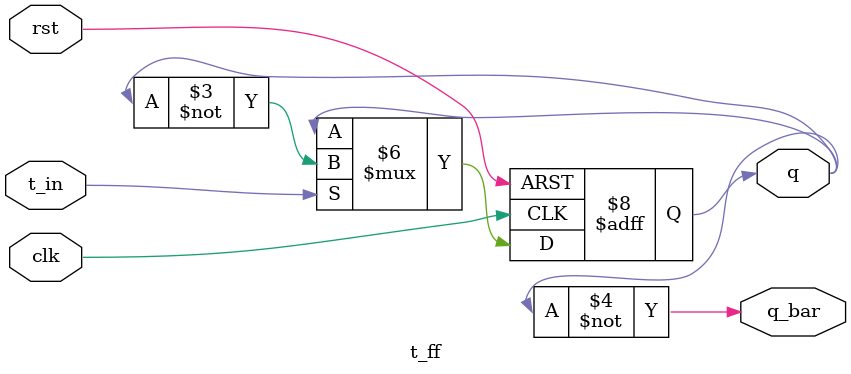
<source format=v>
/******************************************************************************************************************

This source code is a work of its author. No part of it should be copied and pasted for any commercial purpose. 
This code is purely for educational purposes. If required, this code can be cloned from GitHub repository.

Filename	: t_ff.v

Description	: T Flipflop Design

Author Name	: Deep Kar Sarkar

Version		: 1.0

*******************************************************************************************************************/

module t_ff(clk, rst, t_in, q, q_bar);

	//Defining the input and output ports
	input clk, rst, t_in;
	output reg q;
	output q_bar;
	
	//Logic for positive clock edge triggered D Flipflop with asynchronous active low reset
	always @(posedge clk or negedge rst)
	begin
		if(~rst)
			q <= 1'b0;
		else if(t_in)
			q <= ~q;
		else
			q <= q;
	end
		
	assign q_bar = ~q;

endmodule


</source>
